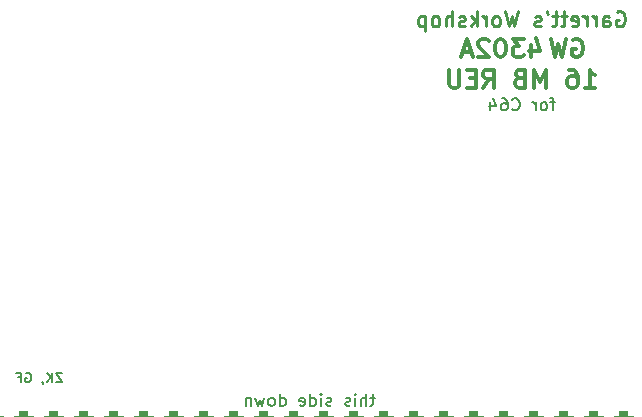
<source format=gbo>
G04 #@! TF.GenerationSoftware,KiCad,Pcbnew,(6.0.1-0)*
G04 #@! TF.CreationDate,2022-02-07T03:36:48-05:00*
G04 #@! TF.ProjectId,GW4302,47573433-3032-42e6-9b69-6361645f7063,0.1*
G04 #@! TF.SameCoordinates,Original*
G04 #@! TF.FileFunction,Legend,Bot*
G04 #@! TF.FilePolarity,Positive*
%FSLAX46Y46*%
G04 Gerber Fmt 4.6, Leading zero omitted, Abs format (unit mm)*
G04 Created by KiCad (PCBNEW (6.0.1-0)) date 2022-02-07 03:36:48*
%MOMM*%
%LPD*%
G01*
G04 APERTURE LIST*
G04 Aperture macros list*
%AMRoundRect*
0 Rectangle with rounded corners*
0 $1 Rounding radius*
0 $2 $3 $4 $5 $6 $7 $8 $9 X,Y pos of 4 corners*
0 Add a 4 corners polygon primitive as box body*
4,1,4,$2,$3,$4,$5,$6,$7,$8,$9,$2,$3,0*
0 Add four circle primitives for the rounded corners*
1,1,$1+$1,$2,$3*
1,1,$1+$1,$4,$5*
1,1,$1+$1,$6,$7*
1,1,$1+$1,$8,$9*
0 Add four rect primitives between the rounded corners*
20,1,$1+$1,$2,$3,$4,$5,0*
20,1,$1+$1,$4,$5,$6,$7,0*
20,1,$1+$1,$6,$7,$8,$9,0*
20,1,$1+$1,$8,$9,$2,$3,0*%
G04 Aperture macros list end*
%ADD10C,0.200000*%
%ADD11C,0.203200*%
%ADD12C,0.300000*%
%ADD13C,0.225000*%
%ADD14C,0.000000*%
%ADD15C,2.150000*%
%ADD16O,1.170000X2.000000*%
%ADD17C,1.400000*%
%ADD18C,1.448000*%
%ADD19C,1.140600*%
%ADD20C,2.524900*%
%ADD21RoundRect,0.456000X0.381000X3.289000X-0.381000X3.289000X-0.381000X-3.289000X0.381000X-3.289000X0*%
G04 APERTURE END LIST*
D10*
X137619619Y-88301285D02*
X137232571Y-88301285D01*
X137474476Y-87962619D02*
X137474476Y-88833476D01*
X137426095Y-88930238D01*
X137329333Y-88978619D01*
X137232571Y-88978619D01*
X136893904Y-88978619D02*
X136893904Y-87962619D01*
X136458476Y-88978619D02*
X136458476Y-88446428D01*
X136506857Y-88349666D01*
X136603619Y-88301285D01*
X136748761Y-88301285D01*
X136845523Y-88349666D01*
X136893904Y-88398047D01*
X135974666Y-88978619D02*
X135974666Y-88301285D01*
X135974666Y-87962619D02*
X136023047Y-88011000D01*
X135974666Y-88059380D01*
X135926285Y-88011000D01*
X135974666Y-87962619D01*
X135974666Y-88059380D01*
X135539238Y-88930238D02*
X135442476Y-88978619D01*
X135248952Y-88978619D01*
X135152190Y-88930238D01*
X135103809Y-88833476D01*
X135103809Y-88785095D01*
X135152190Y-88688333D01*
X135248952Y-88639952D01*
X135394095Y-88639952D01*
X135490857Y-88591571D01*
X135539238Y-88494809D01*
X135539238Y-88446428D01*
X135490857Y-88349666D01*
X135394095Y-88301285D01*
X135248952Y-88301285D01*
X135152190Y-88349666D01*
X133942666Y-88930238D02*
X133845904Y-88978619D01*
X133652380Y-88978619D01*
X133555619Y-88930238D01*
X133507238Y-88833476D01*
X133507238Y-88785095D01*
X133555619Y-88688333D01*
X133652380Y-88639952D01*
X133797523Y-88639952D01*
X133894285Y-88591571D01*
X133942666Y-88494809D01*
X133942666Y-88446428D01*
X133894285Y-88349666D01*
X133797523Y-88301285D01*
X133652380Y-88301285D01*
X133555619Y-88349666D01*
X133071809Y-88978619D02*
X133071809Y-88301285D01*
X133071809Y-87962619D02*
X133120190Y-88011000D01*
X133071809Y-88059380D01*
X133023428Y-88011000D01*
X133071809Y-87962619D01*
X133071809Y-88059380D01*
X132152571Y-88978619D02*
X132152571Y-87962619D01*
X132152571Y-88930238D02*
X132249333Y-88978619D01*
X132442857Y-88978619D01*
X132539619Y-88930238D01*
X132588000Y-88881857D01*
X132636380Y-88785095D01*
X132636380Y-88494809D01*
X132588000Y-88398047D01*
X132539619Y-88349666D01*
X132442857Y-88301285D01*
X132249333Y-88301285D01*
X132152571Y-88349666D01*
X131281714Y-88930238D02*
X131378476Y-88978619D01*
X131572000Y-88978619D01*
X131668761Y-88930238D01*
X131717142Y-88833476D01*
X131717142Y-88446428D01*
X131668761Y-88349666D01*
X131572000Y-88301285D01*
X131378476Y-88301285D01*
X131281714Y-88349666D01*
X131233333Y-88446428D01*
X131233333Y-88543190D01*
X131717142Y-88639952D01*
X129588380Y-88978619D02*
X129588380Y-87962619D01*
X129588380Y-88930238D02*
X129685142Y-88978619D01*
X129878666Y-88978619D01*
X129975428Y-88930238D01*
X130023809Y-88881857D01*
X130072190Y-88785095D01*
X130072190Y-88494809D01*
X130023809Y-88398047D01*
X129975428Y-88349666D01*
X129878666Y-88301285D01*
X129685142Y-88301285D01*
X129588380Y-88349666D01*
X128959428Y-88978619D02*
X129056190Y-88930238D01*
X129104571Y-88881857D01*
X129152952Y-88785095D01*
X129152952Y-88494809D01*
X129104571Y-88398047D01*
X129056190Y-88349666D01*
X128959428Y-88301285D01*
X128814285Y-88301285D01*
X128717523Y-88349666D01*
X128669142Y-88398047D01*
X128620761Y-88494809D01*
X128620761Y-88785095D01*
X128669142Y-88881857D01*
X128717523Y-88930238D01*
X128814285Y-88978619D01*
X128959428Y-88978619D01*
X128282095Y-88301285D02*
X128088571Y-88978619D01*
X127895047Y-88494809D01*
X127701523Y-88978619D01*
X127508000Y-88301285D01*
X127120952Y-88301285D02*
X127120952Y-88978619D01*
X127120952Y-88398047D02*
X127072571Y-88349666D01*
X126975809Y-88301285D01*
X126830666Y-88301285D01*
X126733904Y-88349666D01*
X126685523Y-88446428D01*
X126685523Y-88978619D01*
X152880785Y-63282285D02*
X152493738Y-63282285D01*
X152735642Y-63959619D02*
X152735642Y-63088761D01*
X152687261Y-62992000D01*
X152590500Y-62943619D01*
X152493738Y-62943619D01*
X152009928Y-63959619D02*
X152106690Y-63911238D01*
X152155071Y-63862857D01*
X152203452Y-63766095D01*
X152203452Y-63475809D01*
X152155071Y-63379047D01*
X152106690Y-63330666D01*
X152009928Y-63282285D01*
X151864785Y-63282285D01*
X151768023Y-63330666D01*
X151719642Y-63379047D01*
X151671261Y-63475809D01*
X151671261Y-63766095D01*
X151719642Y-63862857D01*
X151768023Y-63911238D01*
X151864785Y-63959619D01*
X152009928Y-63959619D01*
X151235833Y-63959619D02*
X151235833Y-63282285D01*
X151235833Y-63475809D02*
X151187452Y-63379047D01*
X151139071Y-63330666D01*
X151042309Y-63282285D01*
X150945547Y-63282285D01*
X149252214Y-63862857D02*
X149300595Y-63911238D01*
X149445738Y-63959619D01*
X149542500Y-63959619D01*
X149687642Y-63911238D01*
X149784404Y-63814476D01*
X149832785Y-63717714D01*
X149881166Y-63524190D01*
X149881166Y-63379047D01*
X149832785Y-63185523D01*
X149784404Y-63088761D01*
X149687642Y-62992000D01*
X149542500Y-62943619D01*
X149445738Y-62943619D01*
X149300595Y-62992000D01*
X149252214Y-63040380D01*
X148381357Y-62943619D02*
X148574880Y-62943619D01*
X148671642Y-62992000D01*
X148720023Y-63040380D01*
X148816785Y-63185523D01*
X148865166Y-63379047D01*
X148865166Y-63766095D01*
X148816785Y-63862857D01*
X148768404Y-63911238D01*
X148671642Y-63959619D01*
X148478119Y-63959619D01*
X148381357Y-63911238D01*
X148332976Y-63862857D01*
X148284595Y-63766095D01*
X148284595Y-63524190D01*
X148332976Y-63427428D01*
X148381357Y-63379047D01*
X148478119Y-63330666D01*
X148671642Y-63330666D01*
X148768404Y-63379047D01*
X148816785Y-63427428D01*
X148865166Y-63524190D01*
X147413738Y-63282285D02*
X147413738Y-63959619D01*
X147655642Y-62895238D02*
X147897547Y-63620952D01*
X147268595Y-63620952D01*
D11*
X111155238Y-86168895D02*
X110613371Y-86168895D01*
X111155238Y-86981695D01*
X110613371Y-86981695D01*
X110303733Y-86981695D02*
X110303733Y-86168895D01*
X109839276Y-86981695D02*
X110187619Y-86517238D01*
X109839276Y-86168895D02*
X110303733Y-86633352D01*
X109452228Y-86942990D02*
X109452228Y-86981695D01*
X109490933Y-87059104D01*
X109529638Y-87097809D01*
X108058857Y-86207600D02*
X108136266Y-86168895D01*
X108252380Y-86168895D01*
X108368495Y-86207600D01*
X108445904Y-86285009D01*
X108484609Y-86362419D01*
X108523314Y-86517238D01*
X108523314Y-86633352D01*
X108484609Y-86788171D01*
X108445904Y-86865580D01*
X108368495Y-86942990D01*
X108252380Y-86981695D01*
X108174971Y-86981695D01*
X108058857Y-86942990D01*
X108020152Y-86904285D01*
X108020152Y-86633352D01*
X108174971Y-86633352D01*
X107400876Y-86555942D02*
X107671809Y-86555942D01*
X107671809Y-86981695D02*
X107671809Y-86168895D01*
X107284761Y-86168895D01*
D12*
X150880300Y-58423428D02*
X150880300Y-59439428D01*
X151243157Y-57842857D02*
X151606014Y-58931428D01*
X150662585Y-58931428D01*
X150227157Y-57915428D02*
X149283728Y-57915428D01*
X149791728Y-58496000D01*
X149574014Y-58496000D01*
X149428871Y-58568571D01*
X149356300Y-58641142D01*
X149283728Y-58786285D01*
X149283728Y-59149142D01*
X149356300Y-59294285D01*
X149428871Y-59366857D01*
X149574014Y-59439428D01*
X150009442Y-59439428D01*
X150154585Y-59366857D01*
X150227157Y-59294285D01*
X148340300Y-57915428D02*
X148195157Y-57915428D01*
X148050014Y-57988000D01*
X147977442Y-58060571D01*
X147904871Y-58205714D01*
X147832300Y-58496000D01*
X147832300Y-58858857D01*
X147904871Y-59149142D01*
X147977442Y-59294285D01*
X148050014Y-59366857D01*
X148195157Y-59439428D01*
X148340300Y-59439428D01*
X148485442Y-59366857D01*
X148558014Y-59294285D01*
X148630585Y-59149142D01*
X148703157Y-58858857D01*
X148703157Y-58496000D01*
X148630585Y-58205714D01*
X148558014Y-58060571D01*
X148485442Y-57988000D01*
X148340300Y-57915428D01*
X147251728Y-58060571D02*
X147179157Y-57988000D01*
X147034014Y-57915428D01*
X146671157Y-57915428D01*
X146526014Y-57988000D01*
X146453442Y-58060571D01*
X146380871Y-58205714D01*
X146380871Y-58350857D01*
X146453442Y-58568571D01*
X147324300Y-59439428D01*
X146380871Y-59439428D01*
X145800300Y-59004000D02*
X145074585Y-59004000D01*
X145945442Y-59439428D02*
X145437442Y-57915428D01*
X144929442Y-59439428D01*
D13*
X158093833Y-55626000D02*
X158214785Y-55565523D01*
X158396214Y-55565523D01*
X158577642Y-55626000D01*
X158698595Y-55746952D01*
X158759071Y-55867904D01*
X158819547Y-56109809D01*
X158819547Y-56291238D01*
X158759071Y-56533142D01*
X158698595Y-56654095D01*
X158577642Y-56775047D01*
X158396214Y-56835523D01*
X158275261Y-56835523D01*
X158093833Y-56775047D01*
X158033357Y-56714571D01*
X158033357Y-56291238D01*
X158275261Y-56291238D01*
X156944785Y-56835523D02*
X156944785Y-56170285D01*
X157005261Y-56049333D01*
X157126214Y-55988857D01*
X157368119Y-55988857D01*
X157489071Y-56049333D01*
X156944785Y-56775047D02*
X157065738Y-56835523D01*
X157368119Y-56835523D01*
X157489071Y-56775047D01*
X157549547Y-56654095D01*
X157549547Y-56533142D01*
X157489071Y-56412190D01*
X157368119Y-56351714D01*
X157065738Y-56351714D01*
X156944785Y-56291238D01*
X156340023Y-56835523D02*
X156340023Y-55988857D01*
X156340023Y-56230761D02*
X156279547Y-56109809D01*
X156219071Y-56049333D01*
X156098119Y-55988857D01*
X155977166Y-55988857D01*
X155553833Y-56835523D02*
X155553833Y-55988857D01*
X155553833Y-56230761D02*
X155493357Y-56109809D01*
X155432880Y-56049333D01*
X155311928Y-55988857D01*
X155190976Y-55988857D01*
X154283833Y-56775047D02*
X154404785Y-56835523D01*
X154646690Y-56835523D01*
X154767642Y-56775047D01*
X154828119Y-56654095D01*
X154828119Y-56170285D01*
X154767642Y-56049333D01*
X154646690Y-55988857D01*
X154404785Y-55988857D01*
X154283833Y-56049333D01*
X154223357Y-56170285D01*
X154223357Y-56291238D01*
X154828119Y-56412190D01*
X153860500Y-55988857D02*
X153376690Y-55988857D01*
X153679071Y-55565523D02*
X153679071Y-56654095D01*
X153618595Y-56775047D01*
X153497642Y-56835523D01*
X153376690Y-56835523D01*
X153134785Y-55988857D02*
X152650976Y-55988857D01*
X152953357Y-55565523D02*
X152953357Y-56654095D01*
X152892880Y-56775047D01*
X152771928Y-56835523D01*
X152650976Y-56835523D01*
X152167166Y-55565523D02*
X152167166Y-55626000D01*
X152227642Y-55746952D01*
X152288119Y-55807428D01*
X151683357Y-56775047D02*
X151562404Y-56835523D01*
X151320500Y-56835523D01*
X151199547Y-56775047D01*
X151139071Y-56654095D01*
X151139071Y-56593619D01*
X151199547Y-56472666D01*
X151320500Y-56412190D01*
X151501928Y-56412190D01*
X151622880Y-56351714D01*
X151683357Y-56230761D01*
X151683357Y-56170285D01*
X151622880Y-56049333D01*
X151501928Y-55988857D01*
X151320500Y-55988857D01*
X151199547Y-56049333D01*
X149748119Y-55565523D02*
X149445738Y-56835523D01*
X149203833Y-55928380D01*
X148961928Y-56835523D01*
X148659547Y-55565523D01*
X147994309Y-56835523D02*
X148115261Y-56775047D01*
X148175738Y-56714571D01*
X148236214Y-56593619D01*
X148236214Y-56230761D01*
X148175738Y-56109809D01*
X148115261Y-56049333D01*
X147994309Y-55988857D01*
X147812880Y-55988857D01*
X147691928Y-56049333D01*
X147631452Y-56109809D01*
X147570976Y-56230761D01*
X147570976Y-56593619D01*
X147631452Y-56714571D01*
X147691928Y-56775047D01*
X147812880Y-56835523D01*
X147994309Y-56835523D01*
X147026690Y-56835523D02*
X147026690Y-55988857D01*
X147026690Y-56230761D02*
X146966214Y-56109809D01*
X146905738Y-56049333D01*
X146784785Y-55988857D01*
X146663833Y-55988857D01*
X146240500Y-56835523D02*
X146240500Y-55565523D01*
X146119547Y-56351714D02*
X145756690Y-56835523D01*
X145756690Y-55988857D02*
X146240500Y-56472666D01*
X145272880Y-56775047D02*
X145151928Y-56835523D01*
X144910023Y-56835523D01*
X144789071Y-56775047D01*
X144728595Y-56654095D01*
X144728595Y-56593619D01*
X144789071Y-56472666D01*
X144910023Y-56412190D01*
X145091452Y-56412190D01*
X145212404Y-56351714D01*
X145272880Y-56230761D01*
X145272880Y-56170285D01*
X145212404Y-56049333D01*
X145091452Y-55988857D01*
X144910023Y-55988857D01*
X144789071Y-56049333D01*
X144184309Y-56835523D02*
X144184309Y-55565523D01*
X143640023Y-56835523D02*
X143640023Y-56170285D01*
X143700500Y-56049333D01*
X143821452Y-55988857D01*
X144002880Y-55988857D01*
X144123833Y-56049333D01*
X144184309Y-56109809D01*
X142853833Y-56835523D02*
X142974785Y-56775047D01*
X143035261Y-56714571D01*
X143095738Y-56593619D01*
X143095738Y-56230761D01*
X143035261Y-56109809D01*
X142974785Y-56049333D01*
X142853833Y-55988857D01*
X142672404Y-55988857D01*
X142551452Y-56049333D01*
X142490976Y-56109809D01*
X142430500Y-56230761D01*
X142430500Y-56593619D01*
X142490976Y-56714571D01*
X142551452Y-56775047D01*
X142672404Y-56835523D01*
X142853833Y-56835523D01*
X141886214Y-55988857D02*
X141886214Y-57258857D01*
X141886214Y-56049333D02*
X141765261Y-55988857D01*
X141523357Y-55988857D01*
X141402404Y-56049333D01*
X141341928Y-56109809D01*
X141281452Y-56230761D01*
X141281452Y-56593619D01*
X141341928Y-56714571D01*
X141402404Y-56775047D01*
X141523357Y-56835523D01*
X141765261Y-56835523D01*
X141886214Y-56775047D01*
D12*
X154400014Y-57988000D02*
X154545157Y-57915428D01*
X154762871Y-57915428D01*
X154980585Y-57988000D01*
X155125728Y-58133142D01*
X155198300Y-58278285D01*
X155270871Y-58568571D01*
X155270871Y-58786285D01*
X155198300Y-59076571D01*
X155125728Y-59221714D01*
X154980585Y-59366857D01*
X154762871Y-59439428D01*
X154617728Y-59439428D01*
X154400014Y-59366857D01*
X154327442Y-59294285D01*
X154327442Y-58786285D01*
X154617728Y-58786285D01*
X153819442Y-57915428D02*
X153456585Y-59439428D01*
X153166300Y-58350857D01*
X152876014Y-59439428D01*
X152513157Y-57915428D01*
X155384500Y-62030428D02*
X156255357Y-62030428D01*
X155819928Y-62030428D02*
X155819928Y-60506428D01*
X155965071Y-60724142D01*
X156110214Y-60869285D01*
X156255357Y-60941857D01*
X154078214Y-60506428D02*
X154368500Y-60506428D01*
X154513642Y-60579000D01*
X154586214Y-60651571D01*
X154731357Y-60869285D01*
X154803928Y-61159571D01*
X154803928Y-61740142D01*
X154731357Y-61885285D01*
X154658785Y-61957857D01*
X154513642Y-62030428D01*
X154223357Y-62030428D01*
X154078214Y-61957857D01*
X154005642Y-61885285D01*
X153933071Y-61740142D01*
X153933071Y-61377285D01*
X154005642Y-61232142D01*
X154078214Y-61159571D01*
X154223357Y-61087000D01*
X154513642Y-61087000D01*
X154658785Y-61159571D01*
X154731357Y-61232142D01*
X154803928Y-61377285D01*
X152118785Y-62030428D02*
X152118785Y-60506428D01*
X151610785Y-61595000D01*
X151102785Y-60506428D01*
X151102785Y-62030428D01*
X149869071Y-61232142D02*
X149651357Y-61304714D01*
X149578785Y-61377285D01*
X149506214Y-61522428D01*
X149506214Y-61740142D01*
X149578785Y-61885285D01*
X149651357Y-61957857D01*
X149796500Y-62030428D01*
X150377071Y-62030428D01*
X150377071Y-60506428D01*
X149869071Y-60506428D01*
X149723928Y-60579000D01*
X149651357Y-60651571D01*
X149578785Y-60796714D01*
X149578785Y-60941857D01*
X149651357Y-61087000D01*
X149723928Y-61159571D01*
X149869071Y-61232142D01*
X150377071Y-61232142D01*
X146821071Y-62030428D02*
X147329071Y-61304714D01*
X147691928Y-62030428D02*
X147691928Y-60506428D01*
X147111357Y-60506428D01*
X146966214Y-60579000D01*
X146893642Y-60651571D01*
X146821071Y-60796714D01*
X146821071Y-61014428D01*
X146893642Y-61159571D01*
X146966214Y-61232142D01*
X147111357Y-61304714D01*
X147691928Y-61304714D01*
X146167928Y-61232142D02*
X145659928Y-61232142D01*
X145442214Y-62030428D02*
X146167928Y-62030428D01*
X146167928Y-60506428D01*
X145442214Y-60506428D01*
X144789071Y-60506428D02*
X144789071Y-61740142D01*
X144716500Y-61885285D01*
X144643928Y-61957857D01*
X144498785Y-62030428D01*
X144208500Y-62030428D01*
X144063357Y-61957857D01*
X143990785Y-61885285D01*
X143918214Y-61740142D01*
X143918214Y-60506428D01*
%LPC*%
D14*
G36*
X161290000Y-97282000D02*
G01*
X160782000Y-97790000D01*
X103378000Y-97790000D01*
X102870000Y-97282000D01*
X102870000Y-89916000D01*
X161290000Y-89916000D01*
X161290000Y-97282000D01*
G37*
D15*
X105410000Y-88011000D03*
X158750000Y-88011000D03*
D16*
X137950000Y-38950000D03*
D17*
X136775000Y-41600000D03*
X131925000Y-41600000D03*
D16*
X130750000Y-38950000D03*
D18*
X156527500Y-38735000D03*
X158750000Y-82931000D03*
X105092500Y-41275000D03*
D19*
X153733500Y-51244500D03*
D20*
X152209500Y-49339500D03*
D19*
X154749500Y-43624500D03*
X155765500Y-51244500D03*
D20*
X152209500Y-43624500D03*
X157289500Y-49339500D03*
X157289500Y-43624500D03*
D21*
X158750000Y-93118000D03*
X156210000Y-93118000D03*
X153670000Y-93118000D03*
X151130000Y-93118000D03*
X148590000Y-93118000D03*
X146050000Y-93118000D03*
X143510000Y-93118000D03*
X140970000Y-93118000D03*
X138430000Y-93118000D03*
X135890000Y-93118000D03*
X133350000Y-93118000D03*
X130810000Y-93118000D03*
X128270000Y-93118000D03*
X125730000Y-93118000D03*
X123190000Y-93118000D03*
X120650000Y-93118000D03*
X118110000Y-93118000D03*
X115570000Y-93118000D03*
X113030000Y-93118000D03*
X110490000Y-93118000D03*
X107950000Y-93118000D03*
X105410000Y-93118000D03*
M02*

</source>
